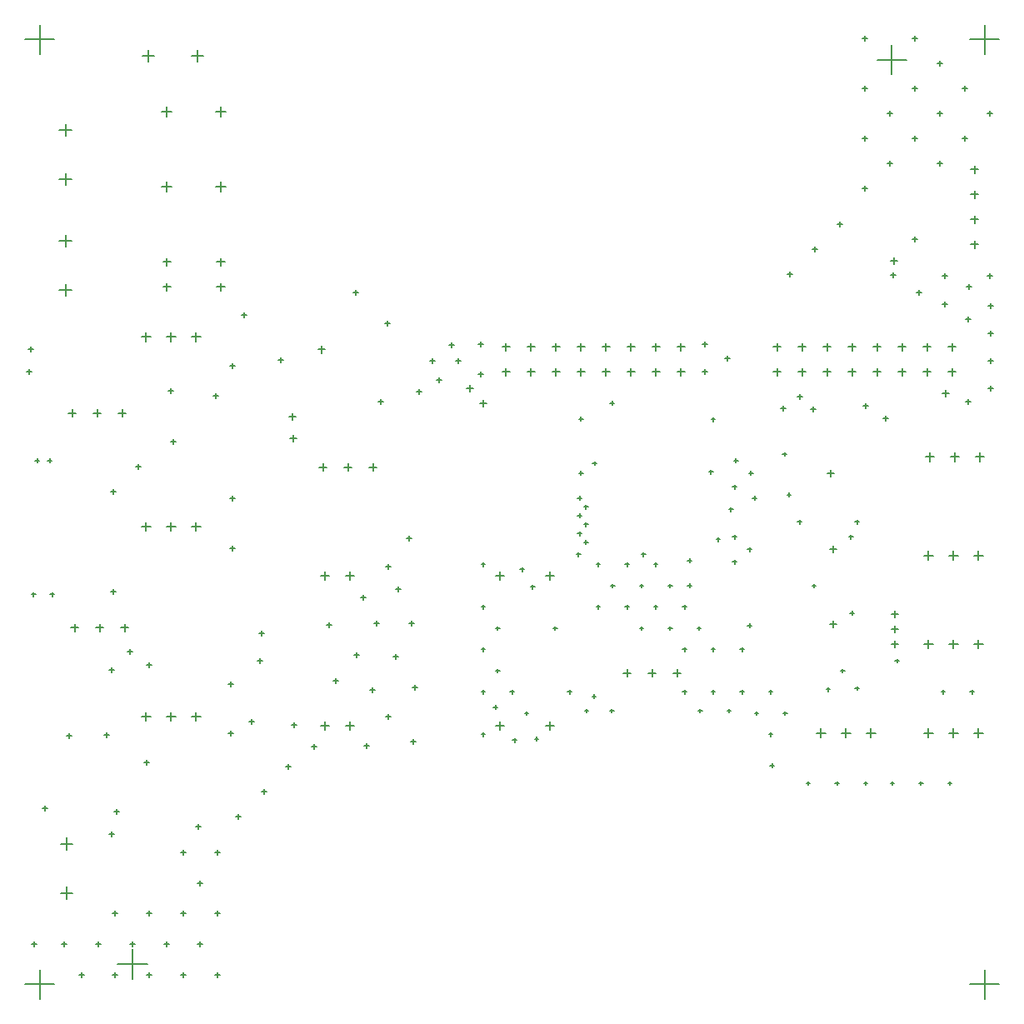
<source format=gbr>
G04 Layer_Color=128*
%FSLAX25Y25*%
%MOIN*%
%TF.FileFunction,Drillmap*%
%TF.Part,Single*%
G01*
G75*
%TA.AperFunction,NonConductor*%
%ADD53C,0.00500*%
D53*
X1695Y358253D02*
X13506D01*
X7600Y352347D02*
Y364158D01*
X379647Y358253D02*
X391458D01*
X385553Y352347D02*
Y364158D01*
X379647Y-19700D02*
X391458D01*
X385553Y-25605D02*
Y-13794D01*
X1695Y-19700D02*
X13506D01*
X7600Y-25605D02*
Y-13794D01*
X38794Y-11600D02*
X50605D01*
X44700Y-17505D02*
Y-5694D01*
X16038Y16858D02*
X20762D01*
X18400Y14495D02*
Y19220D01*
X16038Y36542D02*
X20762D01*
X18400Y34180D02*
Y38905D01*
X48608Y351800D02*
X53333D01*
X50970Y349438D02*
Y354162D01*
X68293Y351800D02*
X73018D01*
X70655Y349438D02*
Y354162D01*
X15504Y322143D02*
X20229D01*
X17866Y319780D02*
Y324505D01*
X15504Y302457D02*
X20229D01*
X17866Y300095D02*
Y304820D01*
X15504Y277642D02*
X20229D01*
X17866Y275280D02*
Y280005D01*
X15504Y257958D02*
X20229D01*
X17866Y255595D02*
Y260320D01*
X48329Y239300D02*
X51872D01*
X50100Y237528D02*
Y241072D01*
X58328Y239300D02*
X61872D01*
X60100Y237528D02*
Y241072D01*
X68328Y239300D02*
X71872D01*
X70100Y237528D02*
Y241072D01*
X48329Y163350D02*
X51872D01*
X50100Y161578D02*
Y165122D01*
X58328Y163350D02*
X61872D01*
X60100Y161578D02*
Y165122D01*
X68328Y163350D02*
X71872D01*
X70100Y161578D02*
Y165122D01*
X48329Y87400D02*
X51872D01*
X50100Y85628D02*
Y89172D01*
X58328Y87400D02*
X61872D01*
X60100Y85628D02*
Y89172D01*
X68328Y87400D02*
X71872D01*
X70100Y85628D02*
Y89172D01*
X361929Y191300D02*
X365472D01*
X363700Y189528D02*
Y193072D01*
X371929Y191300D02*
X375472D01*
X373700Y189528D02*
Y193072D01*
X381928Y191300D02*
X385472D01*
X383700Y189528D02*
Y193072D01*
X381328Y151800D02*
X384871D01*
X383100Y150028D02*
Y153572D01*
X371328Y151800D02*
X374871D01*
X373100Y150028D02*
Y153572D01*
X361328Y151800D02*
X364871D01*
X363100Y150028D02*
Y153572D01*
X318328Y80800D02*
X321872D01*
X320100Y79028D02*
Y82572D01*
X328328Y80800D02*
X331872D01*
X330100Y79028D02*
Y82572D01*
X338329Y80800D02*
X341872D01*
X340100Y79028D02*
Y82572D01*
X361328Y80800D02*
X364872D01*
X363100Y79028D02*
Y82572D01*
X371328Y80800D02*
X374871D01*
X373100Y79028D02*
Y82572D01*
X381328Y80800D02*
X384872D01*
X383100Y79028D02*
Y82572D01*
X361328Y116341D02*
X364872D01*
X363100Y114570D02*
Y118113D01*
X371328Y116341D02*
X374871D01*
X373100Y114570D02*
Y118113D01*
X381328Y116341D02*
X384872D01*
X383100Y114570D02*
Y118113D01*
X212600Y235300D02*
X215600D01*
X214100Y233800D02*
Y236800D01*
X202600Y235300D02*
X205600D01*
X204100Y233800D02*
Y236800D01*
X262600Y235300D02*
X265600D01*
X264100Y233800D02*
Y236800D01*
X252600Y235300D02*
X255600D01*
X254100Y233800D02*
Y236800D01*
X242600Y235300D02*
X245600D01*
X244100Y233800D02*
Y236800D01*
X232600Y235300D02*
X235600D01*
X234100Y233800D02*
Y236800D01*
X222600Y235300D02*
X225600D01*
X224100Y233800D02*
Y236800D01*
X192600Y235300D02*
X195600D01*
X194100Y233800D02*
Y236800D01*
X212600Y225300D02*
X215600D01*
X214100Y223800D02*
Y226800D01*
X202600Y225300D02*
X205600D01*
X204100Y223800D02*
Y226800D01*
X262600Y225300D02*
X265600D01*
X264100Y223800D02*
Y226800D01*
X252600Y225300D02*
X255600D01*
X254100Y223800D02*
Y226800D01*
X242600Y225300D02*
X245600D01*
X244100Y223800D02*
Y226800D01*
X232600Y225300D02*
X235600D01*
X234100Y223800D02*
Y226800D01*
X222600Y225300D02*
X225600D01*
X224100Y223800D02*
Y226800D01*
X192600Y225300D02*
X195600D01*
X194100Y223800D02*
Y226800D01*
X321100Y225300D02*
X324100D01*
X322600Y223800D02*
Y226800D01*
X311100Y225300D02*
X314100D01*
X312600Y223800D02*
Y226800D01*
X371100Y225300D02*
X374100D01*
X372600Y223800D02*
Y226800D01*
X361100Y225300D02*
X364100D01*
X362600Y223800D02*
Y226800D01*
X351100Y225300D02*
X354100D01*
X352600Y223800D02*
Y226800D01*
X341100Y225300D02*
X344100D01*
X342600Y223800D02*
Y226800D01*
X331100Y225300D02*
X334100D01*
X332600Y223800D02*
Y226800D01*
X301100Y225300D02*
X304100D01*
X302600Y223800D02*
Y226800D01*
X380100Y276300D02*
X383100D01*
X381600Y274800D02*
Y277800D01*
X380100Y286300D02*
X383100D01*
X381600Y284800D02*
Y287800D01*
X380100Y296300D02*
X383100D01*
X381600Y294800D02*
Y297800D01*
X380100Y306300D02*
X383100D01*
X381600Y304800D02*
Y307800D01*
X321100Y235300D02*
X324100D01*
X322600Y233800D02*
Y236800D01*
X311100Y235300D02*
X314100D01*
X312600Y233800D02*
Y236800D01*
X371100Y235300D02*
X374100D01*
X372600Y233800D02*
Y236800D01*
X361100Y235300D02*
X364100D01*
X362600Y233800D02*
Y236800D01*
X351100Y235300D02*
X354100D01*
X352600Y233800D02*
Y236800D01*
X341100Y235300D02*
X344100D01*
X342600Y233800D02*
Y236800D01*
X331100Y235300D02*
X334100D01*
X332600Y233800D02*
Y236800D01*
X301100Y235300D02*
X304100D01*
X302600Y233800D02*
Y236800D01*
X210125Y143700D02*
X213275D01*
X211700Y142125D02*
Y145275D01*
X190125Y143700D02*
X193275D01*
X191700Y142125D02*
Y145275D01*
X130125Y143700D02*
X133275D01*
X131700Y142125D02*
Y145275D01*
X120125Y143700D02*
X123275D01*
X121700Y142125D02*
Y145275D01*
X120125Y83700D02*
X123275D01*
X121700Y82125D02*
Y85275D01*
X210125Y83700D02*
X213275D01*
X211700Y82125D02*
Y85275D01*
X190125Y83700D02*
X193275D01*
X191700Y82125D02*
Y85275D01*
X130125Y83700D02*
X133275D01*
X131700Y82125D02*
Y85275D01*
X251100Y104800D02*
X254100D01*
X252600Y103300D02*
Y106300D01*
X261100Y104800D02*
X264100D01*
X262600Y103300D02*
Y106300D01*
X241100Y104800D02*
X244100D01*
X242600Y103300D02*
Y106300D01*
X30084Y123000D02*
X33084D01*
X31584Y121500D02*
Y124500D01*
X40084Y123000D02*
X43084D01*
X41584Y121500D02*
Y124500D01*
X20084Y123000D02*
X23084D01*
X21584Y121500D02*
Y124500D01*
X129500Y187200D02*
X132500D01*
X131000Y185700D02*
Y188700D01*
X139500Y187200D02*
X142500D01*
X141000Y185700D02*
Y188700D01*
X119500Y187200D02*
X122500D01*
X121000Y185700D02*
Y188700D01*
X56510Y329300D02*
X60447D01*
X58479Y327331D02*
Y331269D01*
X56510Y299300D02*
X60447D01*
X58479Y297332D02*
Y301269D01*
X56904Y269300D02*
X60053D01*
X58479Y267725D02*
Y270875D01*
X56904Y259300D02*
X60053D01*
X58479Y257725D02*
Y260875D01*
X78010Y329300D02*
X81947D01*
X79979Y327331D02*
Y331269D01*
X78010Y299300D02*
X81947D01*
X79979Y297332D02*
Y301269D01*
X78404Y269300D02*
X81554D01*
X79979Y267725D02*
Y270875D01*
X78404Y259300D02*
X81554D01*
X79979Y257725D02*
Y260875D01*
X342547Y350153D02*
X354358D01*
X348453Y344247D02*
Y356058D01*
X19100Y208800D02*
X22100D01*
X20600Y207300D02*
Y210300D01*
X29100Y208800D02*
X32100D01*
X30600Y207300D02*
Y210300D01*
X39100Y208800D02*
X42100D01*
X40600Y207300D02*
Y210300D01*
X358200Y257200D02*
X360200D01*
X359200Y256200D02*
Y258200D01*
X368700Y216700D02*
X371500D01*
X370100Y215300D02*
Y218100D01*
X83600Y174800D02*
X85600D01*
X84600Y173800D02*
Y175800D01*
X83600Y154800D02*
X85600D01*
X84600Y153800D02*
Y155800D01*
X370875Y60705D02*
X372375D01*
X371624Y59955D02*
Y61455D01*
X314350Y60800D02*
X315850D01*
X315100Y60050D02*
Y61550D01*
X325850Y60800D02*
X327350D01*
X326600Y60050D02*
Y61550D01*
X337350Y60800D02*
X338850D01*
X338100Y60050D02*
Y61550D01*
X304850Y192339D02*
X306350D01*
X305600Y191589D02*
Y193089D01*
X196826Y77945D02*
X198326D01*
X197575Y77195D02*
Y78695D01*
X184350Y80300D02*
X185850D01*
X185100Y79550D02*
Y81050D01*
X205548Y78498D02*
X207048D01*
X206298Y77748D02*
Y79248D01*
X287850Y97300D02*
X289350D01*
X288600Y96550D02*
Y98050D01*
X276350Y97300D02*
X277850D01*
X277100Y96550D02*
Y98050D01*
X264850Y97300D02*
X266350D01*
X265600Y96550D02*
Y98050D01*
X282600Y89800D02*
X284100D01*
X283350Y89050D02*
Y90550D01*
X271100Y89800D02*
X272600D01*
X271850Y89050D02*
Y90550D01*
X228548Y95498D02*
X230048D01*
X229298Y94748D02*
Y96248D01*
X184350Y97300D02*
X185850D01*
X185100Y96550D02*
Y98050D01*
X189125Y91155D02*
X190624D01*
X189874Y90405D02*
Y91905D01*
X190100Y105800D02*
X191600D01*
X190850Y105050D02*
Y106550D01*
X195850Y97300D02*
X197350D01*
X196600Y96550D02*
Y98050D01*
X201600Y88800D02*
X203100D01*
X202350Y88050D02*
Y89550D01*
X225600Y89800D02*
X227100D01*
X226350Y89050D02*
Y90550D01*
X235750Y89800D02*
X237250D01*
X236500Y89050D02*
Y90550D01*
X218850Y97300D02*
X220350D01*
X219600Y96550D02*
Y98050D01*
X322350Y98300D02*
X323850D01*
X323100Y97550D02*
Y99050D01*
X305100Y88800D02*
X306600D01*
X305850Y88050D02*
Y89550D01*
X299350Y97300D02*
X300850D01*
X300100Y96550D02*
Y98050D01*
X293600Y88800D02*
X295100D01*
X294350Y88050D02*
Y89550D01*
X333850Y98800D02*
X335350D01*
X334600Y98050D02*
Y99550D01*
X328100Y105800D02*
X329600D01*
X328850Y105050D02*
Y106550D01*
X349850Y109800D02*
X351350D01*
X350600Y109050D02*
Y110550D01*
X368350Y97300D02*
X369850D01*
X369100Y96550D02*
Y98050D01*
X379850Y97300D02*
X381350D01*
X380600Y96550D02*
Y98050D01*
X359374Y60705D02*
X360875D01*
X360124Y59955D02*
Y61455D01*
X347874Y60705D02*
X349375D01*
X348624Y59955D02*
Y61455D01*
X299350Y80300D02*
X300850D01*
X300100Y79550D02*
Y81050D01*
X316600Y139800D02*
X318100D01*
X317350Y139050D02*
Y140550D01*
X333850Y165300D02*
X335350D01*
X334600Y164550D02*
Y166050D01*
X310850Y165300D02*
X312350D01*
X311600Y164550D02*
Y166050D01*
X306669Y176198D02*
X308169D01*
X307419Y175448D02*
Y176948D01*
X228850Y188800D02*
X230350D01*
X229600Y188050D02*
Y189550D01*
X278350Y158300D02*
X279850D01*
X279100Y157550D02*
Y159050D01*
X259100Y139800D02*
X260600D01*
X259850Y139050D02*
Y140550D01*
X264850Y131300D02*
X266350D01*
X265600Y130550D02*
Y132050D01*
X270600Y122800D02*
X272100D01*
X271350Y122050D02*
Y123550D01*
X253350Y148300D02*
X254850D01*
X254100Y147550D02*
Y149050D01*
X241850Y148300D02*
X243350D01*
X242600Y147550D02*
Y149050D01*
X230350Y148300D02*
X231850D01*
X231100Y147550D02*
Y149050D01*
X247600Y139800D02*
X249100D01*
X248350Y139050D02*
Y140550D01*
X236100Y139800D02*
X237600D01*
X236850Y139050D02*
Y140550D01*
X253350Y131300D02*
X254850D01*
X254100Y130550D02*
Y132050D01*
X241850Y131300D02*
X243350D01*
X242600Y130550D02*
Y132050D01*
X230350Y131300D02*
X231850D01*
X231100Y130550D02*
Y132050D01*
X184350Y131300D02*
X185850D01*
X185100Y130550D02*
Y132050D01*
X184350Y114300D02*
X185850D01*
X185100Y113550D02*
Y115050D01*
X190100Y122800D02*
X191600D01*
X190850Y122050D02*
Y123550D01*
X213100Y122800D02*
X214600D01*
X213850Y122050D02*
Y123550D01*
X247600Y122800D02*
X249100D01*
X248350Y122050D02*
Y123550D01*
X287850Y114300D02*
X289350D01*
X288600Y113550D02*
Y115050D01*
X276350Y114300D02*
X277850D01*
X277100Y113550D02*
Y115050D01*
X259100Y122800D02*
X260600D01*
X259850Y122050D02*
Y123550D01*
X264850Y114300D02*
X266350D01*
X265600Y113550D02*
Y115050D01*
X204049Y139300D02*
X205550D01*
X204800Y138550D02*
Y140050D01*
X184350Y148300D02*
X185850D01*
X185100Y147550D02*
Y149050D01*
X199850Y146300D02*
X201350D01*
X200600Y145550D02*
Y147050D01*
X348200Y122300D02*
X351000D01*
X349600Y120900D02*
Y123700D01*
X149100Y111400D02*
X151100D01*
X150100Y110400D02*
Y112400D01*
X136100Y135200D02*
X138100D01*
X137100Y134200D02*
Y136200D01*
X50400Y108200D02*
X52400D01*
X51400Y107200D02*
Y109200D01*
X42800Y113400D02*
X44800D01*
X43800Y112400D02*
Y114400D01*
X77100Y215800D02*
X79100D01*
X78100Y214800D02*
Y216800D01*
X83600Y227800D02*
X85600D01*
X84600Y226800D02*
Y228800D01*
X102900Y230100D02*
X104900D01*
X103900Y229100D02*
Y231100D01*
X3100Y234500D02*
X5100D01*
X4100Y233500D02*
Y235500D01*
X58900Y217800D02*
X60900D01*
X59900Y216800D02*
Y218800D01*
X2400Y225300D02*
X4400D01*
X3400Y224300D02*
Y226300D01*
X60100Y197300D02*
X62100D01*
X61100Y196300D02*
Y198300D01*
X46100Y187300D02*
X48100D01*
X47100Y186300D02*
Y188300D01*
X36100Y177300D02*
X38100D01*
X37100Y176300D02*
Y178300D01*
X36100Y137300D02*
X38100D01*
X37100Y136300D02*
Y138300D01*
X83135Y100353D02*
X85135D01*
X84135Y99353D02*
Y101353D01*
X83135Y80570D02*
X85135D01*
X84135Y79570D02*
Y81570D01*
X69900Y43300D02*
X71900D01*
X70900Y42300D02*
Y44300D01*
X8600Y50700D02*
X10600D01*
X9600Y49700D02*
Y51700D01*
X35500Y40500D02*
X37500D01*
X36500Y39500D02*
Y41500D01*
X18300Y79800D02*
X20300D01*
X19300Y78800D02*
Y80800D01*
X91400Y85400D02*
X93400D01*
X92400Y84400D02*
Y86400D01*
X49400Y68900D02*
X51400D01*
X50400Y67900D02*
Y69900D01*
X37500Y49300D02*
X39500D01*
X38500Y48300D02*
Y50300D01*
X33300Y80000D02*
X35300D01*
X34300Y79000D02*
Y81000D01*
X86100Y47300D02*
X88100D01*
X87100Y46300D02*
Y48300D01*
X96400Y57400D02*
X98400D01*
X97400Y56400D02*
Y58400D01*
X106100Y67300D02*
X108100D01*
X107100Y66300D02*
Y68300D01*
X35300Y106000D02*
X37300D01*
X36300Y105000D02*
Y107000D01*
X94600Y109600D02*
X96600D01*
X95600Y108600D02*
Y110600D01*
X154200Y158700D02*
X156200D01*
X155200Y157700D02*
Y159700D01*
X146100Y147300D02*
X148100D01*
X147100Y146300D02*
Y148300D01*
X150100Y138500D02*
X152100D01*
X151100Y137500D02*
Y139500D01*
X141300Y124600D02*
X143300D01*
X142300Y123600D02*
Y125600D01*
X155400Y124600D02*
X157400D01*
X156400Y123600D02*
Y125600D01*
X133200Y111900D02*
X135200D01*
X134200Y110900D02*
Y112900D01*
X139800Y98200D02*
X141800D01*
X140800Y97200D02*
Y99200D01*
X146100Y87300D02*
X148100D01*
X147100Y86300D02*
Y88300D01*
X125100Y101600D02*
X127100D01*
X126100Y100600D02*
Y102600D01*
X122500Y124000D02*
X124500D01*
X123500Y123000D02*
Y125000D01*
X95500Y120800D02*
X97500D01*
X96500Y119800D02*
Y121800D01*
X156700Y99100D02*
X158700D01*
X157700Y98100D02*
Y100100D01*
X116300Y75400D02*
X118300D01*
X117300Y74400D02*
Y76400D01*
X137400Y75800D02*
X139400D01*
X138400Y74800D02*
Y76800D01*
X156100Y77300D02*
X158100D01*
X157100Y76300D02*
Y78300D01*
X132900Y257000D02*
X134900D01*
X133900Y256000D02*
Y258000D01*
X88500Y248100D02*
X90500D01*
X89500Y247100D02*
Y249100D01*
X145600Y244605D02*
X147600D01*
X146600Y243605D02*
Y245605D01*
X142900Y213500D02*
X144900D01*
X143900Y212500D02*
Y214500D01*
X163700Y229700D02*
X165700D01*
X164700Y228700D02*
Y230700D01*
X158500Y217400D02*
X160500D01*
X159500Y216400D02*
Y218400D01*
X174100Y229800D02*
X176100D01*
X175100Y228800D02*
Y230800D01*
X183100Y236300D02*
X185100D01*
X184100Y235300D02*
Y237300D01*
X171300Y236000D02*
X173300D01*
X172300Y235000D02*
Y237000D01*
X166300Y222200D02*
X168300D01*
X167300Y221200D02*
Y223200D01*
X183100Y224300D02*
X185100D01*
X184100Y223300D02*
Y225300D01*
X281600Y230800D02*
X283600D01*
X282600Y229800D02*
Y231800D01*
X272600Y236300D02*
X274600D01*
X273600Y235300D02*
Y237300D01*
X272600Y225300D02*
X274600D01*
X273600Y224300D02*
Y226300D01*
X276350Y206300D02*
X277850D01*
X277100Y205550D02*
Y207050D01*
X316100Y210300D02*
X318100D01*
X317100Y209300D02*
Y211300D01*
X310600Y215300D02*
X312600D01*
X311600Y214300D02*
Y216300D01*
X304100Y210800D02*
X306100D01*
X305100Y209800D02*
Y211800D01*
X345100Y206800D02*
X347100D01*
X346100Y205800D02*
Y207800D01*
X337100Y211800D02*
X339100D01*
X338100Y210800D02*
Y212800D01*
X378100Y213300D02*
X380100D01*
X379100Y212300D02*
Y214300D01*
X387100Y218800D02*
X389100D01*
X388100Y217800D02*
Y219800D01*
X387100Y229800D02*
X389100D01*
X388100Y228800D02*
Y230800D01*
X387100Y240800D02*
X389100D01*
X388100Y239800D02*
Y241800D01*
X378100Y246300D02*
X380100D01*
X379100Y245300D02*
Y247300D01*
X387100Y251800D02*
X389100D01*
X388100Y250800D02*
Y252800D01*
X347900Y263900D02*
X349900D01*
X348900Y262900D02*
Y264900D01*
X368600Y252300D02*
X370600D01*
X369600Y251300D02*
Y253300D01*
X368600Y263800D02*
X370600D01*
X369600Y262800D02*
Y264800D01*
X386600Y263800D02*
X388600D01*
X387600Y262800D02*
Y264800D01*
X378300Y259400D02*
X380300D01*
X379300Y258400D02*
Y260400D01*
X316600Y274300D02*
X318600D01*
X317600Y273300D02*
Y275300D01*
X306600Y264300D02*
X308600D01*
X307600Y263300D02*
Y265300D01*
X326600Y284300D02*
X328600D01*
X327600Y283300D02*
Y285300D01*
X336600Y298800D02*
X338600D01*
X337600Y297800D02*
Y299800D01*
X346600Y308800D02*
X348600D01*
X347600Y307800D02*
Y309800D01*
X366600Y308800D02*
X368600D01*
X367600Y307800D02*
Y309800D01*
X386600Y328800D02*
X388600D01*
X387600Y327800D02*
Y329800D01*
X376600Y318800D02*
X378600D01*
X377600Y317800D02*
Y319800D01*
X356600Y318800D02*
X358600D01*
X357600Y317800D02*
Y319800D01*
X336600Y318800D02*
X338600D01*
X337600Y317800D02*
Y319800D01*
X376600Y338800D02*
X378600D01*
X377600Y337800D02*
Y339800D01*
X336600Y358800D02*
X338600D01*
X337600Y357800D02*
Y359800D01*
X356600Y358800D02*
X358600D01*
X357600Y357800D02*
Y359800D01*
X366600Y348800D02*
X368600D01*
X367600Y347800D02*
Y349800D01*
X366600Y328800D02*
X368600D01*
X367600Y327800D02*
Y329800D01*
X356600Y338800D02*
X358600D01*
X357600Y337800D02*
Y339800D01*
X346600Y328800D02*
X348600D01*
X347600Y327800D02*
Y329800D01*
X336600Y338800D02*
X338600D01*
X337600Y337800D02*
Y339800D01*
X107700Y198800D02*
X110500D01*
X109100Y197400D02*
Y200200D01*
X183700Y212800D02*
X186500D01*
X185100Y211400D02*
Y214200D01*
X178200Y218800D02*
X181000D01*
X179600Y217400D02*
Y220200D01*
X223313Y206453D02*
X224887D01*
X224100Y205666D02*
Y207241D01*
X235813Y212800D02*
X237387D01*
X236600Y212013D02*
Y213587D01*
X222313Y152300D02*
X223887D01*
X223100Y151513D02*
Y153087D01*
X248313Y152300D02*
X249887D01*
X249100Y151513D02*
Y153087D01*
X275313Y185300D02*
X276887D01*
X276100Y184513D02*
Y186087D01*
X223313Y184800D02*
X224887D01*
X224100Y184013D02*
Y185587D01*
X299813Y67800D02*
X301387D01*
X300600Y67013D02*
Y68587D01*
X291313Y184800D02*
X292887D01*
X292100Y184013D02*
Y185587D01*
X290813Y154300D02*
X292387D01*
X291600Y153513D02*
Y155087D01*
X290813Y123800D02*
X292387D01*
X291600Y123013D02*
Y124587D01*
X266813Y139800D02*
X268387D01*
X267600Y139013D02*
Y140587D01*
X266813Y149800D02*
X268387D01*
X267600Y149013D02*
Y150587D01*
X284813Y149300D02*
X286387D01*
X285600Y148513D02*
Y150087D01*
X284813Y159300D02*
X286387D01*
X285600Y158513D02*
Y160087D01*
X285313Y189800D02*
X286887D01*
X286100Y189013D02*
Y190587D01*
X284813Y179300D02*
X286387D01*
X285600Y178513D02*
Y180087D01*
X283313Y170264D02*
X284887D01*
X284100Y169477D02*
Y171052D01*
X292813Y174800D02*
X294387D01*
X293600Y174013D02*
Y175587D01*
X225313Y157122D02*
X226887D01*
X226100Y156335D02*
Y157910D01*
X222813Y160658D02*
X224387D01*
X223600Y159871D02*
Y161445D01*
X225313Y164300D02*
X226887D01*
X226100Y163513D02*
Y165087D01*
X225313Y171300D02*
X226887D01*
X226100Y170513D02*
Y172087D01*
X222813Y167800D02*
X224387D01*
X223600Y167013D02*
Y168587D01*
X222813Y174800D02*
X224387D01*
X223600Y174013D02*
Y175587D01*
X323700Y124300D02*
X326500D01*
X325100Y122900D02*
Y125700D01*
X331813Y128800D02*
X333387D01*
X332600Y128013D02*
Y129587D01*
X331313Y159300D02*
X332887D01*
X332100Y158513D02*
Y160087D01*
X323700Y154300D02*
X326500D01*
X325100Y152900D02*
Y155700D01*
X322700Y184800D02*
X325500D01*
X324100Y183400D02*
Y186200D01*
X348200Y128300D02*
X351000D01*
X349600Y126900D02*
Y129700D01*
X348200Y116300D02*
X351000D01*
X349600Y114900D02*
Y117700D01*
X107200Y207300D02*
X110000D01*
X108600Y205900D02*
Y208700D01*
X5813Y189800D02*
X7387D01*
X6600Y189013D02*
Y190587D01*
X10813Y189800D02*
X12387D01*
X11600Y189013D02*
Y190587D01*
X108500Y84000D02*
X110500D01*
X109500Y83000D02*
Y85000D01*
X77600Y33000D02*
X79600D01*
X78600Y32000D02*
Y34000D01*
X64000Y33000D02*
X66000D01*
X65000Y32000D02*
Y34000D01*
X70800Y20800D02*
X72800D01*
X71800Y19800D02*
Y21800D01*
X50400Y8600D02*
X52400D01*
X51400Y7600D02*
Y9600D01*
X77600Y8600D02*
X79600D01*
X78600Y7600D02*
Y9600D01*
X64000Y8600D02*
X66000D01*
X65000Y7600D02*
Y9600D01*
X43600Y-3600D02*
X45600D01*
X44600Y-4600D02*
Y-2600D01*
X70800Y-3600D02*
X72800D01*
X71800Y-4600D02*
Y-2600D01*
X57200Y-3600D02*
X59200D01*
X58200Y-4600D02*
Y-2600D01*
X50400Y-15800D02*
X52400D01*
X51400Y-16800D02*
Y-14800D01*
X77600Y-15800D02*
X79600D01*
X78600Y-16800D02*
Y-14800D01*
X64000Y-15800D02*
X66000D01*
X65000Y-16800D02*
Y-14800D01*
X36800Y8600D02*
X38800D01*
X37800Y7600D02*
Y9600D01*
X36800Y-15800D02*
X38800D01*
X37800Y-16800D02*
Y-14800D01*
X30000Y-3600D02*
X32000D01*
X31000Y-4600D02*
Y-2600D01*
X16400Y-3600D02*
X18400D01*
X17400Y-4600D02*
Y-2600D01*
X4500Y-3600D02*
X6500D01*
X5500Y-4600D02*
Y-2600D01*
X23200Y-15800D02*
X25200D01*
X24200Y-16800D02*
Y-14800D01*
X356600Y278363D02*
X358600D01*
X357600Y277363D02*
Y279363D01*
X348000Y269800D02*
X350800D01*
X349400Y268400D02*
Y271200D01*
X118919Y234250D02*
X121719D01*
X120318Y232850D02*
Y235650D01*
X4313Y136300D02*
X5887D01*
X5100Y135513D02*
Y137087D01*
X11813Y136300D02*
X13387D01*
X12600Y135513D02*
Y137087D01*
%TF.MD5,42533e587fd37a6bba4883e082a6b22b*%
M02*

</source>
